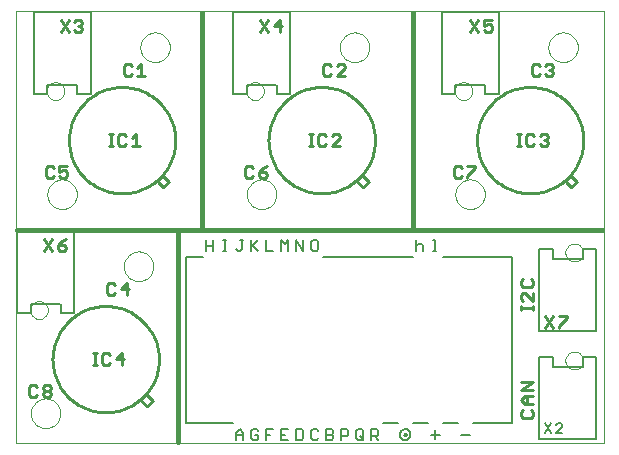
<source format=gto>
G75*
G70*
%OFA0B0*%
%FSLAX24Y24*%
%IPPOS*%
%LPD*%
%AMOC8*
5,1,8,0,0,1.08239X$1,22.5*
%
%ADD10C,0.0000*%
%ADD11C,0.0100*%
%ADD12C,0.0160*%
%ADD13C,0.0050*%
%ADD14C,0.0030*%
%ADD15C,0.0060*%
%ADD16C,0.0080*%
D10*
X000403Y000907D02*
X000403Y015307D01*
X020003Y015307D01*
X020003Y000907D01*
X000403Y000907D01*
X000911Y001907D02*
X000913Y001951D01*
X000919Y001995D01*
X000929Y002038D01*
X000942Y002080D01*
X000960Y002120D01*
X000981Y002159D01*
X001005Y002196D01*
X001032Y002231D01*
X001063Y002263D01*
X001096Y002292D01*
X001132Y002318D01*
X001170Y002340D01*
X001210Y002359D01*
X001251Y002375D01*
X001294Y002387D01*
X001337Y002395D01*
X001381Y002399D01*
X001425Y002399D01*
X001469Y002395D01*
X001512Y002387D01*
X001555Y002375D01*
X001596Y002359D01*
X001636Y002340D01*
X001674Y002318D01*
X001710Y002292D01*
X001743Y002263D01*
X001774Y002231D01*
X001801Y002196D01*
X001825Y002159D01*
X001846Y002120D01*
X001864Y002080D01*
X001877Y002038D01*
X001887Y001995D01*
X001893Y001951D01*
X001895Y001907D01*
X001893Y001863D01*
X001887Y001819D01*
X001877Y001776D01*
X001864Y001734D01*
X001846Y001694D01*
X001825Y001655D01*
X001801Y001618D01*
X001774Y001583D01*
X001743Y001551D01*
X001710Y001522D01*
X001674Y001496D01*
X001636Y001474D01*
X001596Y001455D01*
X001555Y001439D01*
X001512Y001427D01*
X001469Y001419D01*
X001425Y001415D01*
X001381Y001415D01*
X001337Y001419D01*
X001294Y001427D01*
X001251Y001439D01*
X001210Y001455D01*
X001170Y001474D01*
X001132Y001496D01*
X001096Y001522D01*
X001063Y001551D01*
X001032Y001583D01*
X001005Y001618D01*
X000981Y001655D01*
X000960Y001694D01*
X000942Y001734D01*
X000929Y001776D01*
X000919Y001819D01*
X000913Y001863D01*
X000911Y001907D01*
X000887Y005348D02*
X000889Y005382D01*
X000895Y005416D01*
X000905Y005449D01*
X000918Y005480D01*
X000936Y005510D01*
X000956Y005538D01*
X000980Y005563D01*
X001006Y005585D01*
X001034Y005603D01*
X001065Y005619D01*
X001097Y005631D01*
X001131Y005639D01*
X001165Y005643D01*
X001199Y005643D01*
X001233Y005639D01*
X001267Y005631D01*
X001299Y005619D01*
X001329Y005603D01*
X001358Y005585D01*
X001384Y005563D01*
X001408Y005538D01*
X001428Y005510D01*
X001446Y005480D01*
X001459Y005449D01*
X001469Y005416D01*
X001475Y005382D01*
X001477Y005348D01*
X001475Y005314D01*
X001469Y005280D01*
X001459Y005247D01*
X001446Y005216D01*
X001428Y005186D01*
X001408Y005158D01*
X001384Y005133D01*
X001358Y005111D01*
X001330Y005093D01*
X001299Y005077D01*
X001267Y005065D01*
X001233Y005057D01*
X001199Y005053D01*
X001165Y005053D01*
X001131Y005057D01*
X001097Y005065D01*
X001065Y005077D01*
X001034Y005093D01*
X001006Y005111D01*
X000980Y005133D01*
X000956Y005158D01*
X000936Y005186D01*
X000918Y005216D01*
X000905Y005247D01*
X000895Y005280D01*
X000889Y005314D01*
X000887Y005348D01*
X004011Y006807D02*
X004013Y006851D01*
X004019Y006895D01*
X004029Y006938D01*
X004042Y006980D01*
X004060Y007020D01*
X004081Y007059D01*
X004105Y007096D01*
X004132Y007131D01*
X004163Y007163D01*
X004196Y007192D01*
X004232Y007218D01*
X004270Y007240D01*
X004310Y007259D01*
X004351Y007275D01*
X004394Y007287D01*
X004437Y007295D01*
X004481Y007299D01*
X004525Y007299D01*
X004569Y007295D01*
X004612Y007287D01*
X004655Y007275D01*
X004696Y007259D01*
X004736Y007240D01*
X004774Y007218D01*
X004810Y007192D01*
X004843Y007163D01*
X004874Y007131D01*
X004901Y007096D01*
X004925Y007059D01*
X004946Y007020D01*
X004964Y006980D01*
X004977Y006938D01*
X004987Y006895D01*
X004993Y006851D01*
X004995Y006807D01*
X004993Y006763D01*
X004987Y006719D01*
X004977Y006676D01*
X004964Y006634D01*
X004946Y006594D01*
X004925Y006555D01*
X004901Y006518D01*
X004874Y006483D01*
X004843Y006451D01*
X004810Y006422D01*
X004774Y006396D01*
X004736Y006374D01*
X004696Y006355D01*
X004655Y006339D01*
X004612Y006327D01*
X004569Y006319D01*
X004525Y006315D01*
X004481Y006315D01*
X004437Y006319D01*
X004394Y006327D01*
X004351Y006339D01*
X004310Y006355D01*
X004270Y006374D01*
X004232Y006396D01*
X004196Y006422D01*
X004163Y006451D01*
X004132Y006483D01*
X004105Y006518D01*
X004081Y006555D01*
X004060Y006594D01*
X004042Y006634D01*
X004029Y006676D01*
X004019Y006719D01*
X004013Y006763D01*
X004011Y006807D01*
X001461Y009207D02*
X001463Y009251D01*
X001469Y009295D01*
X001479Y009338D01*
X001492Y009380D01*
X001510Y009420D01*
X001531Y009459D01*
X001555Y009496D01*
X001582Y009531D01*
X001613Y009563D01*
X001646Y009592D01*
X001682Y009618D01*
X001720Y009640D01*
X001760Y009659D01*
X001801Y009675D01*
X001844Y009687D01*
X001887Y009695D01*
X001931Y009699D01*
X001975Y009699D01*
X002019Y009695D01*
X002062Y009687D01*
X002105Y009675D01*
X002146Y009659D01*
X002186Y009640D01*
X002224Y009618D01*
X002260Y009592D01*
X002293Y009563D01*
X002324Y009531D01*
X002351Y009496D01*
X002375Y009459D01*
X002396Y009420D01*
X002414Y009380D01*
X002427Y009338D01*
X002437Y009295D01*
X002443Y009251D01*
X002445Y009207D01*
X002443Y009163D01*
X002437Y009119D01*
X002427Y009076D01*
X002414Y009034D01*
X002396Y008994D01*
X002375Y008955D01*
X002351Y008918D01*
X002324Y008883D01*
X002293Y008851D01*
X002260Y008822D01*
X002224Y008796D01*
X002186Y008774D01*
X002146Y008755D01*
X002105Y008739D01*
X002062Y008727D01*
X002019Y008719D01*
X001975Y008715D01*
X001931Y008715D01*
X001887Y008719D01*
X001844Y008727D01*
X001801Y008739D01*
X001760Y008755D01*
X001720Y008774D01*
X001682Y008796D01*
X001646Y008822D01*
X001613Y008851D01*
X001582Y008883D01*
X001555Y008918D01*
X001531Y008955D01*
X001510Y008994D01*
X001492Y009034D01*
X001479Y009076D01*
X001469Y009119D01*
X001463Y009163D01*
X001461Y009207D01*
X001437Y012648D02*
X001439Y012682D01*
X001445Y012716D01*
X001455Y012749D01*
X001468Y012780D01*
X001486Y012810D01*
X001506Y012838D01*
X001530Y012863D01*
X001556Y012885D01*
X001584Y012903D01*
X001615Y012919D01*
X001647Y012931D01*
X001681Y012939D01*
X001715Y012943D01*
X001749Y012943D01*
X001783Y012939D01*
X001817Y012931D01*
X001849Y012919D01*
X001879Y012903D01*
X001908Y012885D01*
X001934Y012863D01*
X001958Y012838D01*
X001978Y012810D01*
X001996Y012780D01*
X002009Y012749D01*
X002019Y012716D01*
X002025Y012682D01*
X002027Y012648D01*
X002025Y012614D01*
X002019Y012580D01*
X002009Y012547D01*
X001996Y012516D01*
X001978Y012486D01*
X001958Y012458D01*
X001934Y012433D01*
X001908Y012411D01*
X001880Y012393D01*
X001849Y012377D01*
X001817Y012365D01*
X001783Y012357D01*
X001749Y012353D01*
X001715Y012353D01*
X001681Y012357D01*
X001647Y012365D01*
X001615Y012377D01*
X001584Y012393D01*
X001556Y012411D01*
X001530Y012433D01*
X001506Y012458D01*
X001486Y012486D01*
X001468Y012516D01*
X001455Y012547D01*
X001445Y012580D01*
X001439Y012614D01*
X001437Y012648D01*
X004561Y014107D02*
X004563Y014151D01*
X004569Y014195D01*
X004579Y014238D01*
X004592Y014280D01*
X004610Y014320D01*
X004631Y014359D01*
X004655Y014396D01*
X004682Y014431D01*
X004713Y014463D01*
X004746Y014492D01*
X004782Y014518D01*
X004820Y014540D01*
X004860Y014559D01*
X004901Y014575D01*
X004944Y014587D01*
X004987Y014595D01*
X005031Y014599D01*
X005075Y014599D01*
X005119Y014595D01*
X005162Y014587D01*
X005205Y014575D01*
X005246Y014559D01*
X005286Y014540D01*
X005324Y014518D01*
X005360Y014492D01*
X005393Y014463D01*
X005424Y014431D01*
X005451Y014396D01*
X005475Y014359D01*
X005496Y014320D01*
X005514Y014280D01*
X005527Y014238D01*
X005537Y014195D01*
X005543Y014151D01*
X005545Y014107D01*
X005543Y014063D01*
X005537Y014019D01*
X005527Y013976D01*
X005514Y013934D01*
X005496Y013894D01*
X005475Y013855D01*
X005451Y013818D01*
X005424Y013783D01*
X005393Y013751D01*
X005360Y013722D01*
X005324Y013696D01*
X005286Y013674D01*
X005246Y013655D01*
X005205Y013639D01*
X005162Y013627D01*
X005119Y013619D01*
X005075Y013615D01*
X005031Y013615D01*
X004987Y013619D01*
X004944Y013627D01*
X004901Y013639D01*
X004860Y013655D01*
X004820Y013674D01*
X004782Y013696D01*
X004746Y013722D01*
X004713Y013751D01*
X004682Y013783D01*
X004655Y013818D01*
X004631Y013855D01*
X004610Y013894D01*
X004592Y013934D01*
X004579Y013976D01*
X004569Y014019D01*
X004563Y014063D01*
X004561Y014107D01*
X008087Y012648D02*
X008089Y012682D01*
X008095Y012716D01*
X008105Y012749D01*
X008118Y012780D01*
X008136Y012810D01*
X008156Y012838D01*
X008180Y012863D01*
X008206Y012885D01*
X008234Y012903D01*
X008265Y012919D01*
X008297Y012931D01*
X008331Y012939D01*
X008365Y012943D01*
X008399Y012943D01*
X008433Y012939D01*
X008467Y012931D01*
X008499Y012919D01*
X008529Y012903D01*
X008558Y012885D01*
X008584Y012863D01*
X008608Y012838D01*
X008628Y012810D01*
X008646Y012780D01*
X008659Y012749D01*
X008669Y012716D01*
X008675Y012682D01*
X008677Y012648D01*
X008675Y012614D01*
X008669Y012580D01*
X008659Y012547D01*
X008646Y012516D01*
X008628Y012486D01*
X008608Y012458D01*
X008584Y012433D01*
X008558Y012411D01*
X008530Y012393D01*
X008499Y012377D01*
X008467Y012365D01*
X008433Y012357D01*
X008399Y012353D01*
X008365Y012353D01*
X008331Y012357D01*
X008297Y012365D01*
X008265Y012377D01*
X008234Y012393D01*
X008206Y012411D01*
X008180Y012433D01*
X008156Y012458D01*
X008136Y012486D01*
X008118Y012516D01*
X008105Y012547D01*
X008095Y012580D01*
X008089Y012614D01*
X008087Y012648D01*
X011211Y014107D02*
X011213Y014151D01*
X011219Y014195D01*
X011229Y014238D01*
X011242Y014280D01*
X011260Y014320D01*
X011281Y014359D01*
X011305Y014396D01*
X011332Y014431D01*
X011363Y014463D01*
X011396Y014492D01*
X011432Y014518D01*
X011470Y014540D01*
X011510Y014559D01*
X011551Y014575D01*
X011594Y014587D01*
X011637Y014595D01*
X011681Y014599D01*
X011725Y014599D01*
X011769Y014595D01*
X011812Y014587D01*
X011855Y014575D01*
X011896Y014559D01*
X011936Y014540D01*
X011974Y014518D01*
X012010Y014492D01*
X012043Y014463D01*
X012074Y014431D01*
X012101Y014396D01*
X012125Y014359D01*
X012146Y014320D01*
X012164Y014280D01*
X012177Y014238D01*
X012187Y014195D01*
X012193Y014151D01*
X012195Y014107D01*
X012193Y014063D01*
X012187Y014019D01*
X012177Y013976D01*
X012164Y013934D01*
X012146Y013894D01*
X012125Y013855D01*
X012101Y013818D01*
X012074Y013783D01*
X012043Y013751D01*
X012010Y013722D01*
X011974Y013696D01*
X011936Y013674D01*
X011896Y013655D01*
X011855Y013639D01*
X011812Y013627D01*
X011769Y013619D01*
X011725Y013615D01*
X011681Y013615D01*
X011637Y013619D01*
X011594Y013627D01*
X011551Y013639D01*
X011510Y013655D01*
X011470Y013674D01*
X011432Y013696D01*
X011396Y013722D01*
X011363Y013751D01*
X011332Y013783D01*
X011305Y013818D01*
X011281Y013855D01*
X011260Y013894D01*
X011242Y013934D01*
X011229Y013976D01*
X011219Y014019D01*
X011213Y014063D01*
X011211Y014107D01*
X015037Y012648D02*
X015039Y012682D01*
X015045Y012716D01*
X015055Y012749D01*
X015068Y012780D01*
X015086Y012810D01*
X015106Y012838D01*
X015130Y012863D01*
X015156Y012885D01*
X015184Y012903D01*
X015215Y012919D01*
X015247Y012931D01*
X015281Y012939D01*
X015315Y012943D01*
X015349Y012943D01*
X015383Y012939D01*
X015417Y012931D01*
X015449Y012919D01*
X015479Y012903D01*
X015508Y012885D01*
X015534Y012863D01*
X015558Y012838D01*
X015578Y012810D01*
X015596Y012780D01*
X015609Y012749D01*
X015619Y012716D01*
X015625Y012682D01*
X015627Y012648D01*
X015625Y012614D01*
X015619Y012580D01*
X015609Y012547D01*
X015596Y012516D01*
X015578Y012486D01*
X015558Y012458D01*
X015534Y012433D01*
X015508Y012411D01*
X015480Y012393D01*
X015449Y012377D01*
X015417Y012365D01*
X015383Y012357D01*
X015349Y012353D01*
X015315Y012353D01*
X015281Y012357D01*
X015247Y012365D01*
X015215Y012377D01*
X015184Y012393D01*
X015156Y012411D01*
X015130Y012433D01*
X015106Y012458D01*
X015086Y012486D01*
X015068Y012516D01*
X015055Y012547D01*
X015045Y012580D01*
X015039Y012614D01*
X015037Y012648D01*
X018161Y014107D02*
X018163Y014151D01*
X018169Y014195D01*
X018179Y014238D01*
X018192Y014280D01*
X018210Y014320D01*
X018231Y014359D01*
X018255Y014396D01*
X018282Y014431D01*
X018313Y014463D01*
X018346Y014492D01*
X018382Y014518D01*
X018420Y014540D01*
X018460Y014559D01*
X018501Y014575D01*
X018544Y014587D01*
X018587Y014595D01*
X018631Y014599D01*
X018675Y014599D01*
X018719Y014595D01*
X018762Y014587D01*
X018805Y014575D01*
X018846Y014559D01*
X018886Y014540D01*
X018924Y014518D01*
X018960Y014492D01*
X018993Y014463D01*
X019024Y014431D01*
X019051Y014396D01*
X019075Y014359D01*
X019096Y014320D01*
X019114Y014280D01*
X019127Y014238D01*
X019137Y014195D01*
X019143Y014151D01*
X019145Y014107D01*
X019143Y014063D01*
X019137Y014019D01*
X019127Y013976D01*
X019114Y013934D01*
X019096Y013894D01*
X019075Y013855D01*
X019051Y013818D01*
X019024Y013783D01*
X018993Y013751D01*
X018960Y013722D01*
X018924Y013696D01*
X018886Y013674D01*
X018846Y013655D01*
X018805Y013639D01*
X018762Y013627D01*
X018719Y013619D01*
X018675Y013615D01*
X018631Y013615D01*
X018587Y013619D01*
X018544Y013627D01*
X018501Y013639D01*
X018460Y013655D01*
X018420Y013674D01*
X018382Y013696D01*
X018346Y013722D01*
X018313Y013751D01*
X018282Y013783D01*
X018255Y013818D01*
X018231Y013855D01*
X018210Y013894D01*
X018192Y013934D01*
X018179Y013976D01*
X018169Y014019D01*
X018163Y014063D01*
X018161Y014107D01*
X015061Y009207D02*
X015063Y009251D01*
X015069Y009295D01*
X015079Y009338D01*
X015092Y009380D01*
X015110Y009420D01*
X015131Y009459D01*
X015155Y009496D01*
X015182Y009531D01*
X015213Y009563D01*
X015246Y009592D01*
X015282Y009618D01*
X015320Y009640D01*
X015360Y009659D01*
X015401Y009675D01*
X015444Y009687D01*
X015487Y009695D01*
X015531Y009699D01*
X015575Y009699D01*
X015619Y009695D01*
X015662Y009687D01*
X015705Y009675D01*
X015746Y009659D01*
X015786Y009640D01*
X015824Y009618D01*
X015860Y009592D01*
X015893Y009563D01*
X015924Y009531D01*
X015951Y009496D01*
X015975Y009459D01*
X015996Y009420D01*
X016014Y009380D01*
X016027Y009338D01*
X016037Y009295D01*
X016043Y009251D01*
X016045Y009207D01*
X016043Y009163D01*
X016037Y009119D01*
X016027Y009076D01*
X016014Y009034D01*
X015996Y008994D01*
X015975Y008955D01*
X015951Y008918D01*
X015924Y008883D01*
X015893Y008851D01*
X015860Y008822D01*
X015824Y008796D01*
X015786Y008774D01*
X015746Y008755D01*
X015705Y008739D01*
X015662Y008727D01*
X015619Y008719D01*
X015575Y008715D01*
X015531Y008715D01*
X015487Y008719D01*
X015444Y008727D01*
X015401Y008739D01*
X015360Y008755D01*
X015320Y008774D01*
X015282Y008796D01*
X015246Y008822D01*
X015213Y008851D01*
X015182Y008883D01*
X015155Y008918D01*
X015131Y008955D01*
X015110Y008994D01*
X015092Y009034D01*
X015079Y009076D01*
X015069Y009119D01*
X015063Y009163D01*
X015061Y009207D01*
X018729Y007266D02*
X018731Y007300D01*
X018737Y007334D01*
X018747Y007367D01*
X018760Y007398D01*
X018778Y007428D01*
X018798Y007456D01*
X018822Y007481D01*
X018848Y007503D01*
X018876Y007521D01*
X018907Y007537D01*
X018939Y007549D01*
X018973Y007557D01*
X019007Y007561D01*
X019041Y007561D01*
X019075Y007557D01*
X019109Y007549D01*
X019141Y007537D01*
X019171Y007521D01*
X019200Y007503D01*
X019226Y007481D01*
X019250Y007456D01*
X019270Y007428D01*
X019288Y007398D01*
X019301Y007367D01*
X019311Y007334D01*
X019317Y007300D01*
X019319Y007266D01*
X019317Y007232D01*
X019311Y007198D01*
X019301Y007165D01*
X019288Y007134D01*
X019270Y007104D01*
X019250Y007076D01*
X019226Y007051D01*
X019200Y007029D01*
X019172Y007011D01*
X019141Y006995D01*
X019109Y006983D01*
X019075Y006975D01*
X019041Y006971D01*
X019007Y006971D01*
X018973Y006975D01*
X018939Y006983D01*
X018907Y006995D01*
X018876Y007011D01*
X018848Y007029D01*
X018822Y007051D01*
X018798Y007076D01*
X018778Y007104D01*
X018760Y007134D01*
X018747Y007165D01*
X018737Y007198D01*
X018731Y007232D01*
X018729Y007266D01*
X018729Y003666D02*
X018731Y003700D01*
X018737Y003734D01*
X018747Y003767D01*
X018760Y003798D01*
X018778Y003828D01*
X018798Y003856D01*
X018822Y003881D01*
X018848Y003903D01*
X018876Y003921D01*
X018907Y003937D01*
X018939Y003949D01*
X018973Y003957D01*
X019007Y003961D01*
X019041Y003961D01*
X019075Y003957D01*
X019109Y003949D01*
X019141Y003937D01*
X019171Y003921D01*
X019200Y003903D01*
X019226Y003881D01*
X019250Y003856D01*
X019270Y003828D01*
X019288Y003798D01*
X019301Y003767D01*
X019311Y003734D01*
X019317Y003700D01*
X019319Y003666D01*
X019317Y003632D01*
X019311Y003598D01*
X019301Y003565D01*
X019288Y003534D01*
X019270Y003504D01*
X019250Y003476D01*
X019226Y003451D01*
X019200Y003429D01*
X019172Y003411D01*
X019141Y003395D01*
X019109Y003383D01*
X019075Y003375D01*
X019041Y003371D01*
X019007Y003371D01*
X018973Y003375D01*
X018939Y003383D01*
X018907Y003395D01*
X018876Y003411D01*
X018848Y003429D01*
X018822Y003451D01*
X018798Y003476D01*
X018778Y003504D01*
X018760Y003534D01*
X018747Y003565D01*
X018737Y003598D01*
X018731Y003632D01*
X018729Y003666D01*
X008111Y009207D02*
X008113Y009251D01*
X008119Y009295D01*
X008129Y009338D01*
X008142Y009380D01*
X008160Y009420D01*
X008181Y009459D01*
X008205Y009496D01*
X008232Y009531D01*
X008263Y009563D01*
X008296Y009592D01*
X008332Y009618D01*
X008370Y009640D01*
X008410Y009659D01*
X008451Y009675D01*
X008494Y009687D01*
X008537Y009695D01*
X008581Y009699D01*
X008625Y009699D01*
X008669Y009695D01*
X008712Y009687D01*
X008755Y009675D01*
X008796Y009659D01*
X008836Y009640D01*
X008874Y009618D01*
X008910Y009592D01*
X008943Y009563D01*
X008974Y009531D01*
X009001Y009496D01*
X009025Y009459D01*
X009046Y009420D01*
X009064Y009380D01*
X009077Y009338D01*
X009087Y009295D01*
X009093Y009251D01*
X009095Y009207D01*
X009093Y009163D01*
X009087Y009119D01*
X009077Y009076D01*
X009064Y009034D01*
X009046Y008994D01*
X009025Y008955D01*
X009001Y008918D01*
X008974Y008883D01*
X008943Y008851D01*
X008910Y008822D01*
X008874Y008796D01*
X008836Y008774D01*
X008796Y008755D01*
X008755Y008739D01*
X008712Y008727D01*
X008669Y008719D01*
X008625Y008715D01*
X008581Y008715D01*
X008537Y008719D01*
X008494Y008727D01*
X008451Y008739D01*
X008410Y008755D01*
X008370Y008774D01*
X008332Y008796D01*
X008296Y008822D01*
X008263Y008851D01*
X008232Y008883D01*
X008205Y008918D01*
X008181Y008955D01*
X008160Y008994D01*
X008142Y009034D01*
X008129Y009076D01*
X008119Y009119D01*
X008113Y009163D01*
X008111Y009207D01*
D11*
X008120Y009757D02*
X008253Y009757D01*
X008320Y009824D01*
X008514Y009824D02*
X008514Y009957D01*
X008714Y009957D01*
X008780Y009891D01*
X008780Y009824D01*
X008714Y009757D01*
X008580Y009757D01*
X008514Y009824D01*
X008514Y009957D02*
X008647Y010091D01*
X008780Y010157D01*
X008320Y010091D02*
X008253Y010157D01*
X008120Y010157D01*
X008053Y010091D01*
X008053Y009824D01*
X008120Y009757D01*
X010172Y010822D02*
X010305Y010822D01*
X010239Y010822D02*
X010239Y011223D01*
X010305Y011223D02*
X010172Y011223D01*
X010479Y011156D02*
X010479Y010889D01*
X010546Y010822D01*
X010679Y010822D01*
X010746Y010889D01*
X008831Y011007D02*
X008833Y011094D01*
X008840Y011181D01*
X008850Y011267D01*
X008865Y011353D01*
X008884Y011438D01*
X008907Y011521D01*
X008935Y011604D01*
X008966Y011685D01*
X009001Y011765D01*
X009040Y011842D01*
X009083Y011918D01*
X009130Y011991D01*
X009180Y012063D01*
X009233Y012131D01*
X009290Y012197D01*
X009350Y012260D01*
X009413Y012320D01*
X009479Y012377D01*
X009547Y012430D01*
X009619Y012480D01*
X009692Y012527D01*
X009768Y012570D01*
X009845Y012609D01*
X009925Y012644D01*
X010006Y012675D01*
X010089Y012703D01*
X010172Y012726D01*
X010257Y012745D01*
X010343Y012760D01*
X010429Y012770D01*
X010516Y012777D01*
X010603Y012779D01*
X010690Y012777D01*
X010777Y012770D01*
X010863Y012760D01*
X010949Y012745D01*
X011034Y012726D01*
X011117Y012703D01*
X011200Y012675D01*
X011281Y012644D01*
X011361Y012609D01*
X011438Y012570D01*
X011514Y012527D01*
X011587Y012480D01*
X011659Y012430D01*
X011727Y012377D01*
X011793Y012320D01*
X011856Y012260D01*
X011916Y012197D01*
X011973Y012131D01*
X012026Y012063D01*
X012076Y011991D01*
X012123Y011918D01*
X012166Y011842D01*
X012205Y011765D01*
X012240Y011685D01*
X012271Y011604D01*
X012299Y011521D01*
X012322Y011438D01*
X012341Y011353D01*
X012356Y011267D01*
X012366Y011181D01*
X012373Y011094D01*
X012375Y011007D01*
X012373Y010920D01*
X012366Y010833D01*
X012356Y010747D01*
X012341Y010661D01*
X012322Y010576D01*
X012299Y010493D01*
X012271Y010410D01*
X012240Y010329D01*
X012205Y010249D01*
X012166Y010172D01*
X012123Y010096D01*
X012076Y010023D01*
X012026Y009951D01*
X011973Y009883D01*
X011916Y009817D01*
X011856Y009754D01*
X011793Y009694D01*
X011727Y009637D01*
X011659Y009584D01*
X011587Y009534D01*
X011514Y009487D01*
X011438Y009444D01*
X011361Y009405D01*
X011281Y009370D01*
X011200Y009339D01*
X011117Y009311D01*
X011034Y009288D01*
X010949Y009269D01*
X010863Y009254D01*
X010777Y009244D01*
X010690Y009237D01*
X010603Y009235D01*
X010516Y009237D01*
X010429Y009244D01*
X010343Y009254D01*
X010257Y009269D01*
X010172Y009288D01*
X010089Y009311D01*
X010006Y009339D01*
X009925Y009370D01*
X009845Y009405D01*
X009768Y009444D01*
X009692Y009487D01*
X009619Y009534D01*
X009547Y009584D01*
X009479Y009637D01*
X009413Y009694D01*
X009350Y009754D01*
X009290Y009817D01*
X009233Y009883D01*
X009180Y009951D01*
X009130Y010023D01*
X009083Y010096D01*
X009040Y010172D01*
X009001Y010249D01*
X008966Y010329D01*
X008935Y010410D01*
X008907Y010493D01*
X008884Y010576D01*
X008865Y010661D01*
X008850Y010747D01*
X008840Y010833D01*
X008833Y010920D01*
X008831Y011007D01*
X010479Y011156D02*
X010546Y011223D01*
X010679Y011223D01*
X010746Y011156D01*
X010939Y011156D02*
X011006Y011223D01*
X011139Y011223D01*
X011206Y011156D01*
X011206Y011089D01*
X010939Y010822D01*
X011206Y010822D01*
X011981Y009826D02*
X012178Y009629D01*
X011981Y009432D01*
X011784Y009629D01*
X015003Y009824D02*
X015070Y009757D01*
X015203Y009757D01*
X015270Y009824D01*
X015464Y009824D02*
X015464Y009757D01*
X015464Y009824D02*
X015730Y010091D01*
X015730Y010157D01*
X015464Y010157D01*
X015270Y010091D02*
X015203Y010157D01*
X015070Y010157D01*
X015003Y010091D01*
X015003Y009824D01*
X017122Y010822D02*
X017255Y010822D01*
X017189Y010822D02*
X017189Y011223D01*
X017255Y011223D02*
X017122Y011223D01*
X017429Y011156D02*
X017429Y010889D01*
X017496Y010822D01*
X017629Y010822D01*
X017696Y010889D01*
X015781Y011007D02*
X015783Y011094D01*
X015790Y011181D01*
X015800Y011267D01*
X015815Y011353D01*
X015834Y011438D01*
X015857Y011521D01*
X015885Y011604D01*
X015916Y011685D01*
X015951Y011765D01*
X015990Y011842D01*
X016033Y011918D01*
X016080Y011991D01*
X016130Y012063D01*
X016183Y012131D01*
X016240Y012197D01*
X016300Y012260D01*
X016363Y012320D01*
X016429Y012377D01*
X016497Y012430D01*
X016569Y012480D01*
X016642Y012527D01*
X016718Y012570D01*
X016795Y012609D01*
X016875Y012644D01*
X016956Y012675D01*
X017039Y012703D01*
X017122Y012726D01*
X017207Y012745D01*
X017293Y012760D01*
X017379Y012770D01*
X017466Y012777D01*
X017553Y012779D01*
X017640Y012777D01*
X017727Y012770D01*
X017813Y012760D01*
X017899Y012745D01*
X017984Y012726D01*
X018067Y012703D01*
X018150Y012675D01*
X018231Y012644D01*
X018311Y012609D01*
X018388Y012570D01*
X018464Y012527D01*
X018537Y012480D01*
X018609Y012430D01*
X018677Y012377D01*
X018743Y012320D01*
X018806Y012260D01*
X018866Y012197D01*
X018923Y012131D01*
X018976Y012063D01*
X019026Y011991D01*
X019073Y011918D01*
X019116Y011842D01*
X019155Y011765D01*
X019190Y011685D01*
X019221Y011604D01*
X019249Y011521D01*
X019272Y011438D01*
X019291Y011353D01*
X019306Y011267D01*
X019316Y011181D01*
X019323Y011094D01*
X019325Y011007D01*
X019323Y010920D01*
X019316Y010833D01*
X019306Y010747D01*
X019291Y010661D01*
X019272Y010576D01*
X019249Y010493D01*
X019221Y010410D01*
X019190Y010329D01*
X019155Y010249D01*
X019116Y010172D01*
X019073Y010096D01*
X019026Y010023D01*
X018976Y009951D01*
X018923Y009883D01*
X018866Y009817D01*
X018806Y009754D01*
X018743Y009694D01*
X018677Y009637D01*
X018609Y009584D01*
X018537Y009534D01*
X018464Y009487D01*
X018388Y009444D01*
X018311Y009405D01*
X018231Y009370D01*
X018150Y009339D01*
X018067Y009311D01*
X017984Y009288D01*
X017899Y009269D01*
X017813Y009254D01*
X017727Y009244D01*
X017640Y009237D01*
X017553Y009235D01*
X017466Y009237D01*
X017379Y009244D01*
X017293Y009254D01*
X017207Y009269D01*
X017122Y009288D01*
X017039Y009311D01*
X016956Y009339D01*
X016875Y009370D01*
X016795Y009405D01*
X016718Y009444D01*
X016642Y009487D01*
X016569Y009534D01*
X016497Y009584D01*
X016429Y009637D01*
X016363Y009694D01*
X016300Y009754D01*
X016240Y009817D01*
X016183Y009883D01*
X016130Y009951D01*
X016080Y010023D01*
X016033Y010096D01*
X015990Y010172D01*
X015951Y010249D01*
X015916Y010329D01*
X015885Y010410D01*
X015857Y010493D01*
X015834Y010576D01*
X015815Y010661D01*
X015800Y010747D01*
X015790Y010833D01*
X015783Y010920D01*
X015781Y011007D01*
X017429Y011156D02*
X017496Y011223D01*
X017629Y011223D01*
X017696Y011156D01*
X017889Y011156D02*
X017956Y011223D01*
X018089Y011223D01*
X018156Y011156D01*
X018156Y011089D01*
X018089Y011023D01*
X018156Y010956D01*
X018156Y010889D01*
X018089Y010822D01*
X017956Y010822D01*
X017889Y010889D01*
X018023Y011023D02*
X018089Y011023D01*
X018931Y009826D02*
X019128Y009629D01*
X018931Y009432D01*
X018734Y009629D01*
X017586Y006391D02*
X017653Y006324D01*
X017653Y006191D01*
X017586Y006124D01*
X017320Y006124D01*
X017253Y006191D01*
X017253Y006324D01*
X017320Y006391D01*
X017320Y005931D02*
X017253Y005864D01*
X017253Y005731D01*
X017320Y005664D01*
X017253Y005491D02*
X017253Y005357D01*
X017253Y005424D02*
X017653Y005424D01*
X017653Y005357D02*
X017653Y005491D01*
X017653Y005664D02*
X017386Y005931D01*
X017320Y005931D01*
X017653Y005931D02*
X017653Y005664D01*
X018053Y005157D02*
X018320Y004757D01*
X018514Y004757D02*
X018514Y004824D01*
X018780Y005091D01*
X018780Y005157D01*
X018514Y005157D01*
X018320Y005157D02*
X018053Y004757D01*
X017653Y002945D02*
X017253Y002945D01*
X017253Y002678D02*
X017653Y002945D01*
X017653Y002678D02*
X017253Y002678D01*
X017386Y002484D02*
X017653Y002484D01*
X017453Y002484D02*
X017453Y002217D01*
X017386Y002217D02*
X017253Y002351D01*
X017386Y002484D01*
X017386Y002217D02*
X017653Y002217D01*
X017586Y002024D02*
X017653Y001957D01*
X017653Y001824D01*
X017586Y001757D01*
X017320Y001757D01*
X017253Y001824D01*
X017253Y001957D01*
X017320Y002024D01*
X013363Y001197D02*
X013365Y001205D01*
X013370Y001212D01*
X013377Y001216D01*
X013385Y001217D01*
X013393Y001214D01*
X013399Y001209D01*
X013403Y001201D01*
X013403Y001193D01*
X013399Y001185D01*
X013393Y001180D01*
X013385Y001177D01*
X013377Y001178D01*
X013370Y001182D01*
X013365Y001189D01*
X013363Y001197D01*
X004978Y002329D02*
X004781Y002132D01*
X004584Y002329D01*
X004781Y002526D02*
X004978Y002329D01*
X003939Y003522D02*
X003939Y003923D01*
X003739Y003723D01*
X004006Y003723D01*
X003546Y003856D02*
X003479Y003923D01*
X003346Y003923D01*
X003279Y003856D01*
X003279Y003589D01*
X003346Y003522D01*
X003479Y003522D01*
X003546Y003589D01*
X001631Y003707D02*
X001633Y003794D01*
X001640Y003881D01*
X001650Y003967D01*
X001665Y004053D01*
X001684Y004138D01*
X001707Y004221D01*
X001735Y004304D01*
X001766Y004385D01*
X001801Y004465D01*
X001840Y004542D01*
X001883Y004618D01*
X001930Y004691D01*
X001980Y004763D01*
X002033Y004831D01*
X002090Y004897D01*
X002150Y004960D01*
X002213Y005020D01*
X002279Y005077D01*
X002347Y005130D01*
X002419Y005180D01*
X002492Y005227D01*
X002568Y005270D01*
X002645Y005309D01*
X002725Y005344D01*
X002806Y005375D01*
X002889Y005403D01*
X002972Y005426D01*
X003057Y005445D01*
X003143Y005460D01*
X003229Y005470D01*
X003316Y005477D01*
X003403Y005479D01*
X003490Y005477D01*
X003577Y005470D01*
X003663Y005460D01*
X003749Y005445D01*
X003834Y005426D01*
X003917Y005403D01*
X004000Y005375D01*
X004081Y005344D01*
X004161Y005309D01*
X004238Y005270D01*
X004314Y005227D01*
X004387Y005180D01*
X004459Y005130D01*
X004527Y005077D01*
X004593Y005020D01*
X004656Y004960D01*
X004716Y004897D01*
X004773Y004831D01*
X004826Y004763D01*
X004876Y004691D01*
X004923Y004618D01*
X004966Y004542D01*
X005005Y004465D01*
X005040Y004385D01*
X005071Y004304D01*
X005099Y004221D01*
X005122Y004138D01*
X005141Y004053D01*
X005156Y003967D01*
X005166Y003881D01*
X005173Y003794D01*
X005175Y003707D01*
X005173Y003620D01*
X005166Y003533D01*
X005156Y003447D01*
X005141Y003361D01*
X005122Y003276D01*
X005099Y003193D01*
X005071Y003110D01*
X005040Y003029D01*
X005005Y002949D01*
X004966Y002872D01*
X004923Y002796D01*
X004876Y002723D01*
X004826Y002651D01*
X004773Y002583D01*
X004716Y002517D01*
X004656Y002454D01*
X004593Y002394D01*
X004527Y002337D01*
X004459Y002284D01*
X004387Y002234D01*
X004314Y002187D01*
X004238Y002144D01*
X004161Y002105D01*
X004081Y002070D01*
X004000Y002039D01*
X003917Y002011D01*
X003834Y001988D01*
X003749Y001969D01*
X003663Y001954D01*
X003577Y001944D01*
X003490Y001937D01*
X003403Y001935D01*
X003316Y001937D01*
X003229Y001944D01*
X003143Y001954D01*
X003057Y001969D01*
X002972Y001988D01*
X002889Y002011D01*
X002806Y002039D01*
X002725Y002070D01*
X002645Y002105D01*
X002568Y002144D01*
X002492Y002187D01*
X002419Y002234D01*
X002347Y002284D01*
X002279Y002337D01*
X002213Y002394D01*
X002150Y002454D01*
X002090Y002517D01*
X002033Y002583D01*
X001980Y002651D01*
X001930Y002723D01*
X001883Y002796D01*
X001840Y002872D01*
X001801Y002949D01*
X001766Y003029D01*
X001735Y003110D01*
X001707Y003193D01*
X001684Y003276D01*
X001665Y003361D01*
X001650Y003447D01*
X001640Y003533D01*
X001633Y003620D01*
X001631Y003707D01*
X001514Y002857D02*
X001380Y002857D01*
X001314Y002791D01*
X001314Y002724D01*
X001380Y002657D01*
X001514Y002657D01*
X001580Y002591D01*
X001580Y002524D01*
X001514Y002457D01*
X001380Y002457D01*
X001314Y002524D01*
X001314Y002591D01*
X001380Y002657D01*
X001514Y002657D02*
X001580Y002724D01*
X001580Y002791D01*
X001514Y002857D01*
X001120Y002791D02*
X001053Y002857D01*
X000920Y002857D01*
X000853Y002791D01*
X000853Y002524D01*
X000920Y002457D01*
X001053Y002457D01*
X001120Y002524D01*
X002972Y003522D02*
X003105Y003522D01*
X003039Y003522D02*
X003039Y003923D01*
X003105Y003923D02*
X002972Y003923D01*
X003520Y005857D02*
X003653Y005857D01*
X003720Y005924D01*
X003520Y005857D02*
X003453Y005924D01*
X003453Y006191D01*
X003520Y006257D01*
X003653Y006257D01*
X003720Y006191D01*
X003914Y006057D02*
X004180Y006057D01*
X004114Y005857D02*
X004114Y006257D01*
X003914Y006057D01*
X002080Y007374D02*
X002080Y007441D01*
X002014Y007507D01*
X001814Y007507D01*
X001814Y007374D01*
X001880Y007307D01*
X002014Y007307D01*
X002080Y007374D01*
X001814Y007507D02*
X001947Y007641D01*
X002080Y007707D01*
X001620Y007707D02*
X001353Y007307D01*
X001620Y007307D02*
X001353Y007707D01*
X001470Y009757D02*
X001603Y009757D01*
X001670Y009824D01*
X001864Y009824D02*
X001930Y009757D01*
X002064Y009757D01*
X002130Y009824D01*
X002130Y009957D01*
X002064Y010024D01*
X001997Y010024D01*
X001864Y009957D01*
X001864Y010157D01*
X002130Y010157D01*
X001670Y010091D02*
X001603Y010157D01*
X001470Y010157D01*
X001403Y010091D01*
X001403Y009824D01*
X001470Y009757D01*
X003522Y010822D02*
X003655Y010822D01*
X003589Y010822D02*
X003589Y011223D01*
X003655Y011223D02*
X003522Y011223D01*
X003829Y011156D02*
X003829Y010889D01*
X003896Y010822D01*
X004029Y010822D01*
X004096Y010889D01*
X002181Y011007D02*
X002183Y011094D01*
X002190Y011181D01*
X002200Y011267D01*
X002215Y011353D01*
X002234Y011438D01*
X002257Y011521D01*
X002285Y011604D01*
X002316Y011685D01*
X002351Y011765D01*
X002390Y011842D01*
X002433Y011918D01*
X002480Y011991D01*
X002530Y012063D01*
X002583Y012131D01*
X002640Y012197D01*
X002700Y012260D01*
X002763Y012320D01*
X002829Y012377D01*
X002897Y012430D01*
X002969Y012480D01*
X003042Y012527D01*
X003118Y012570D01*
X003195Y012609D01*
X003275Y012644D01*
X003356Y012675D01*
X003439Y012703D01*
X003522Y012726D01*
X003607Y012745D01*
X003693Y012760D01*
X003779Y012770D01*
X003866Y012777D01*
X003953Y012779D01*
X004040Y012777D01*
X004127Y012770D01*
X004213Y012760D01*
X004299Y012745D01*
X004384Y012726D01*
X004467Y012703D01*
X004550Y012675D01*
X004631Y012644D01*
X004711Y012609D01*
X004788Y012570D01*
X004864Y012527D01*
X004937Y012480D01*
X005009Y012430D01*
X005077Y012377D01*
X005143Y012320D01*
X005206Y012260D01*
X005266Y012197D01*
X005323Y012131D01*
X005376Y012063D01*
X005426Y011991D01*
X005473Y011918D01*
X005516Y011842D01*
X005555Y011765D01*
X005590Y011685D01*
X005621Y011604D01*
X005649Y011521D01*
X005672Y011438D01*
X005691Y011353D01*
X005706Y011267D01*
X005716Y011181D01*
X005723Y011094D01*
X005725Y011007D01*
X005723Y010920D01*
X005716Y010833D01*
X005706Y010747D01*
X005691Y010661D01*
X005672Y010576D01*
X005649Y010493D01*
X005621Y010410D01*
X005590Y010329D01*
X005555Y010249D01*
X005516Y010172D01*
X005473Y010096D01*
X005426Y010023D01*
X005376Y009951D01*
X005323Y009883D01*
X005266Y009817D01*
X005206Y009754D01*
X005143Y009694D01*
X005077Y009637D01*
X005009Y009584D01*
X004937Y009534D01*
X004864Y009487D01*
X004788Y009444D01*
X004711Y009405D01*
X004631Y009370D01*
X004550Y009339D01*
X004467Y009311D01*
X004384Y009288D01*
X004299Y009269D01*
X004213Y009254D01*
X004127Y009244D01*
X004040Y009237D01*
X003953Y009235D01*
X003866Y009237D01*
X003779Y009244D01*
X003693Y009254D01*
X003607Y009269D01*
X003522Y009288D01*
X003439Y009311D01*
X003356Y009339D01*
X003275Y009370D01*
X003195Y009405D01*
X003118Y009444D01*
X003042Y009487D01*
X002969Y009534D01*
X002897Y009584D01*
X002829Y009637D01*
X002763Y009694D01*
X002700Y009754D01*
X002640Y009817D01*
X002583Y009883D01*
X002530Y009951D01*
X002480Y010023D01*
X002433Y010096D01*
X002390Y010172D01*
X002351Y010249D01*
X002316Y010329D01*
X002285Y010410D01*
X002257Y010493D01*
X002234Y010576D01*
X002215Y010661D01*
X002200Y010747D01*
X002190Y010833D01*
X002183Y010920D01*
X002181Y011007D01*
X003829Y011156D02*
X003896Y011223D01*
X004029Y011223D01*
X004096Y011156D01*
X004289Y011089D02*
X004423Y011223D01*
X004423Y010822D01*
X004556Y010822D02*
X004289Y010822D01*
X005331Y009826D02*
X005528Y009629D01*
X005331Y009432D01*
X005134Y009629D01*
X004730Y013157D02*
X004464Y013157D01*
X004597Y013157D02*
X004597Y013557D01*
X004464Y013424D01*
X004270Y013491D02*
X004203Y013557D01*
X004070Y013557D01*
X004003Y013491D01*
X004003Y013224D01*
X004070Y013157D01*
X004203Y013157D01*
X004270Y013224D01*
X002630Y014674D02*
X002564Y014607D01*
X002430Y014607D01*
X002364Y014674D01*
X002497Y014807D02*
X002564Y014807D01*
X002630Y014741D01*
X002630Y014674D01*
X002564Y014807D02*
X002630Y014874D01*
X002630Y014941D01*
X002564Y015007D01*
X002430Y015007D01*
X002364Y014941D01*
X002170Y015007D02*
X001903Y014607D01*
X002170Y014607D02*
X001903Y015007D01*
X008553Y015007D02*
X008820Y014607D01*
X008553Y014607D02*
X008820Y015007D01*
X009014Y014807D02*
X009280Y014807D01*
X009214Y014607D02*
X009214Y015007D01*
X009014Y014807D01*
X010653Y013491D02*
X010720Y013557D01*
X010853Y013557D01*
X010920Y013491D01*
X011114Y013491D02*
X011180Y013557D01*
X011314Y013557D01*
X011380Y013491D01*
X011380Y013424D01*
X011114Y013157D01*
X011380Y013157D01*
X010920Y013224D02*
X010853Y013157D01*
X010720Y013157D01*
X010653Y013224D01*
X010653Y013491D01*
X015553Y014607D02*
X015820Y015007D01*
X016014Y015007D02*
X016014Y014807D01*
X016147Y014874D01*
X016214Y014874D01*
X016280Y014807D01*
X016280Y014674D01*
X016214Y014607D01*
X016080Y014607D01*
X016014Y014674D01*
X015820Y014607D02*
X015553Y015007D01*
X016014Y015007D02*
X016280Y015007D01*
X017670Y013557D02*
X017603Y013491D01*
X017603Y013224D01*
X017670Y013157D01*
X017803Y013157D01*
X017870Y013224D01*
X018064Y013224D02*
X018130Y013157D01*
X018264Y013157D01*
X018330Y013224D01*
X018330Y013291D01*
X018264Y013357D01*
X018197Y013357D01*
X018264Y013357D02*
X018330Y013424D01*
X018330Y013491D01*
X018264Y013557D01*
X018130Y013557D01*
X018064Y013491D01*
X017870Y013491D02*
X017803Y013557D01*
X017670Y013557D01*
D12*
X013653Y015257D02*
X013653Y008007D01*
X019953Y008007D01*
X013653Y008007D02*
X006603Y008007D01*
X006603Y015257D01*
X006603Y008007D02*
X005803Y008007D01*
X005803Y000957D01*
X005803Y008007D02*
X000453Y008007D01*
D13*
X000458Y007969D02*
X000458Y005245D01*
X000903Y005245D01*
X000903Y005557D01*
X001895Y005557D01*
X001903Y005557D02*
X001903Y005245D01*
X002348Y005245D01*
X002348Y007969D01*
X000458Y007969D01*
X006083Y007117D02*
X006083Y001567D01*
X007633Y001567D01*
X007875Y001372D02*
X007992Y001256D01*
X007992Y001022D01*
X007992Y001197D02*
X007758Y001197D01*
X007758Y001256D02*
X007758Y001022D01*
X007758Y001256D02*
X007875Y001372D01*
X008258Y001314D02*
X008258Y001080D01*
X008316Y001022D01*
X008433Y001022D01*
X008492Y001080D01*
X008492Y001197D01*
X008375Y001197D01*
X008492Y001314D02*
X008433Y001372D01*
X008316Y001372D01*
X008258Y001314D01*
X008758Y001372D02*
X008758Y001022D01*
X008758Y001197D02*
X008875Y001197D01*
X008758Y001372D02*
X008992Y001372D01*
X009258Y001372D02*
X009258Y001022D01*
X009492Y001022D01*
X009375Y001197D02*
X009258Y001197D01*
X009258Y001372D02*
X009492Y001372D01*
X009758Y001372D02*
X009758Y001022D01*
X009933Y001022D01*
X009992Y001080D01*
X009992Y001314D01*
X009933Y001372D01*
X009758Y001372D01*
X010258Y001314D02*
X010258Y001080D01*
X010316Y001022D01*
X010433Y001022D01*
X010492Y001080D01*
X010758Y001022D02*
X010933Y001022D01*
X010992Y001080D01*
X010992Y001139D01*
X010933Y001197D01*
X010758Y001197D01*
X010758Y001022D02*
X010758Y001372D01*
X010933Y001372D01*
X010992Y001314D01*
X010992Y001256D01*
X010933Y001197D01*
X011258Y001139D02*
X011433Y001139D01*
X011492Y001197D01*
X011492Y001314D01*
X011433Y001372D01*
X011258Y001372D01*
X011258Y001022D01*
X011758Y001080D02*
X011758Y001314D01*
X011816Y001372D01*
X011933Y001372D01*
X011992Y001314D01*
X011992Y001080D01*
X011933Y001022D01*
X011816Y001022D01*
X011758Y001080D01*
X011875Y001139D02*
X011992Y001022D01*
X012258Y001022D02*
X012258Y001372D01*
X012433Y001372D01*
X012492Y001314D01*
X012492Y001197D01*
X012433Y001139D01*
X012258Y001139D01*
X012375Y001139D02*
X012492Y001022D01*
X012633Y001567D02*
X013133Y001567D01*
X013633Y001567D02*
X014133Y001567D01*
X014633Y001567D02*
X015133Y001567D01*
X015633Y001567D02*
X016933Y001567D01*
X016933Y007117D01*
X014633Y007117D01*
X014425Y007322D02*
X014308Y007322D01*
X014366Y007322D02*
X014366Y007672D01*
X014308Y007672D01*
X013992Y007497D02*
X013992Y007322D01*
X013992Y007497D02*
X013933Y007556D01*
X013816Y007556D01*
X013758Y007497D01*
X013758Y007672D02*
X013758Y007322D01*
X013633Y007117D02*
X010633Y007117D01*
X010433Y007322D02*
X010316Y007322D01*
X010258Y007380D01*
X010258Y007614D01*
X010316Y007672D01*
X010433Y007672D01*
X010492Y007614D01*
X010492Y007380D01*
X010433Y007322D01*
X009992Y007322D02*
X009992Y007672D01*
X009758Y007672D02*
X009992Y007322D01*
X009758Y007322D02*
X009758Y007672D01*
X009492Y007672D02*
X009492Y007322D01*
X009258Y007322D02*
X009258Y007672D01*
X009375Y007556D01*
X009492Y007672D01*
X008992Y007322D02*
X008758Y007322D01*
X008758Y007672D01*
X008492Y007672D02*
X008258Y007439D01*
X008316Y007497D02*
X008492Y007322D01*
X008258Y007322D02*
X008258Y007672D01*
X007992Y007672D02*
X007875Y007672D01*
X007933Y007672D02*
X007933Y007380D01*
X007875Y007322D01*
X007816Y007322D01*
X007758Y007380D01*
X007425Y007322D02*
X007308Y007322D01*
X007366Y007322D02*
X007366Y007672D01*
X007308Y007672D02*
X007425Y007672D01*
X006992Y007672D02*
X006992Y007322D01*
X006992Y007497D02*
X006758Y007497D01*
X006758Y007322D02*
X006758Y007672D01*
X006633Y007117D02*
X006083Y007117D01*
X007658Y012545D02*
X007658Y015269D01*
X009548Y015269D01*
X009548Y012545D01*
X009103Y012545D01*
X009103Y012857D01*
X009095Y012857D02*
X008103Y012857D01*
X008103Y012545D01*
X007658Y012545D01*
X002898Y012545D02*
X002898Y015269D01*
X001008Y015269D01*
X001008Y012545D01*
X001453Y012545D01*
X001453Y012857D01*
X002445Y012857D01*
X002453Y012857D02*
X002453Y012545D01*
X002898Y012545D01*
X014608Y012545D02*
X014608Y015269D01*
X016498Y015269D01*
X016498Y012545D01*
X016053Y012545D01*
X016053Y012857D01*
X016045Y012857D02*
X015053Y012857D01*
X015053Y012545D01*
X014608Y012545D01*
X017858Y007369D02*
X017858Y004645D01*
X019748Y004645D01*
X019748Y007369D01*
X019303Y007369D01*
X019303Y007057D01*
X018311Y007057D01*
X018303Y007057D02*
X018303Y007369D01*
X017858Y007369D01*
X017858Y003769D02*
X017858Y001045D01*
X019748Y001045D01*
X019748Y003769D01*
X019303Y003769D01*
X019303Y003457D01*
X018311Y003457D01*
X018303Y003457D02*
X018303Y003769D01*
X017858Y003769D01*
X010492Y001314D02*
X010433Y001372D01*
X010316Y001372D01*
X010258Y001314D01*
D14*
X008495Y001321D02*
X008433Y001382D01*
X008310Y001382D01*
X008248Y001321D01*
X008248Y001074D01*
X008310Y001012D01*
X008433Y001012D01*
X008495Y001074D01*
X008495Y001197D01*
X008372Y001197D01*
X008495Y001197D01*
X008495Y001074D01*
X008433Y001012D01*
X008310Y001012D01*
X008248Y001074D01*
X008248Y001321D01*
X008310Y001382D01*
X008433Y001382D01*
X008495Y001321D01*
X008433Y001382D01*
X008310Y001382D01*
X008248Y001321D01*
X008248Y001074D01*
X008310Y001012D01*
X008433Y001012D01*
X008495Y001074D01*
X008495Y001197D01*
X008372Y001197D01*
X008495Y001197D01*
X008495Y001074D01*
X008433Y001012D01*
X008310Y001012D01*
X008248Y001074D01*
X008248Y001321D01*
X008310Y001382D01*
X008433Y001382D01*
X008495Y001321D01*
X008433Y001382D01*
X008310Y001382D01*
X008248Y001321D01*
X008248Y001074D01*
X008310Y001012D01*
X008433Y001012D01*
X008495Y001074D01*
X008495Y001197D01*
X008372Y001197D01*
D15*
X013203Y001197D02*
X013205Y001223D01*
X013211Y001249D01*
X013220Y001273D01*
X013233Y001296D01*
X013249Y001317D01*
X013268Y001335D01*
X013289Y001351D01*
X013313Y001363D01*
X013337Y001371D01*
X013363Y001376D01*
X013390Y001377D01*
X013416Y001374D01*
X013441Y001367D01*
X013465Y001357D01*
X013488Y001343D01*
X013508Y001327D01*
X013525Y001307D01*
X013540Y001285D01*
X013551Y001261D01*
X013559Y001236D01*
X013563Y001210D01*
X013563Y001184D01*
X013559Y001158D01*
X013551Y001133D01*
X013540Y001109D01*
X013525Y001087D01*
X013508Y001067D01*
X013488Y001051D01*
X013465Y001037D01*
X013441Y001027D01*
X013416Y001020D01*
X013390Y001017D01*
X013363Y001018D01*
X013337Y001023D01*
X013313Y001031D01*
X013289Y001043D01*
X013268Y001059D01*
X013249Y001077D01*
X013233Y001098D01*
X013220Y001121D01*
X013211Y001145D01*
X013205Y001171D01*
X013203Y001197D01*
X014233Y001197D02*
X014533Y001197D01*
X014383Y001347D02*
X014383Y001047D01*
X015233Y001197D02*
X015533Y001197D01*
D16*
X018043Y001247D02*
X018257Y001567D01*
X018411Y001514D02*
X018465Y001567D01*
X018572Y001567D01*
X018625Y001514D01*
X018625Y001461D01*
X018411Y001247D01*
X018625Y001247D01*
X018257Y001247D02*
X018043Y001567D01*
M02*

</source>
